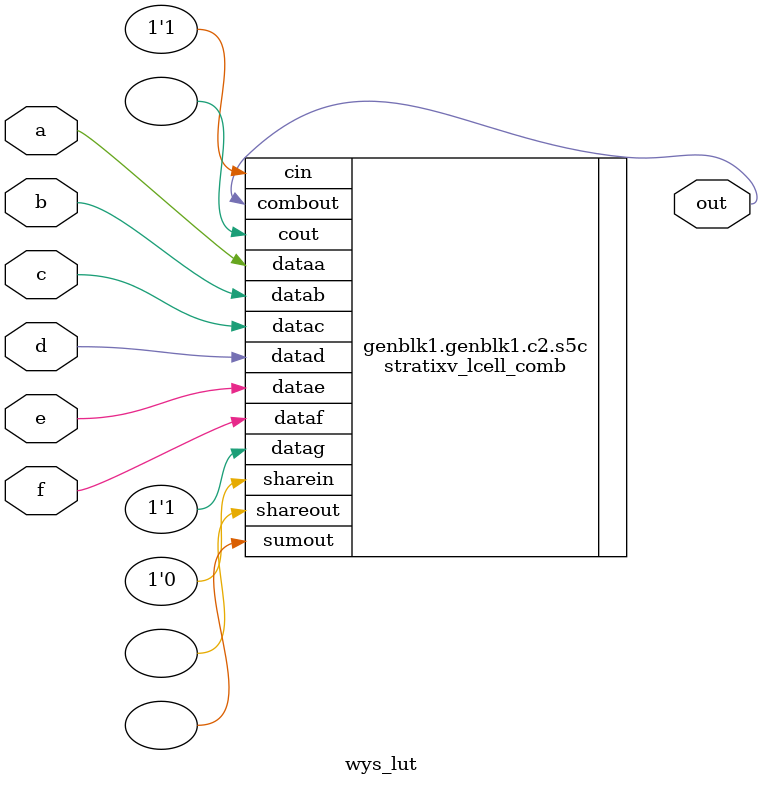
<source format=v>



`timescale 1 ps / 1 ps
// Copyright 2013 Altera Corporation. All rights reserved.  
// Altera products are protected under numerous U.S. and foreign patents, 
// maskwork rights, copyrights and other intellectual property laws.  
//
// This reference design file, and your use thereof, is subject to and governed
// by the terms and conditions of the applicable Altera Reference Design 
// License Agreement (either as signed by you or found at www.altera.com).  By
// using this reference design file, you indicate your acceptance of such terms
// and conditions between you and Altera Corporation.  In the event that you do
// not agree with such terms and conditions, you may not use the reference 
// design file and please promptly destroy any copies you have made.
//
// This reference design file is being provided on an "as-is" basis and as an 
// accommodation and therefore all warranties, representations or guarantees of 
// any kind (whether express, implied or statutory) including, without 
// limitation, warranties of merchantability, non-infringement, or fitness for
// a particular purpose, are specifically disclaimed.  By making this reference
// design file available, Altera expressly does not recommend, suggest or 
// require that this reference design file be used in combination with any 
// other product not provided by Altera.
/////////////////////////////////////////////////////////////////////////////

module wys_lut #(
	parameter MASK = 64'h6996966996696996, // xor6
	parameter TARGET_CHIP = 2 // 0 generic, 1=S4, 2=S5, 3=A5, 4=C5, 5=A10
)
(
	input a,b,c,d,e,f,
	output out
);

// Handy masks - 
// 64'h8040201008040201 {a,b,c} == {d,e,f}
// 64'h6996966996696996 xor 6
// 64'h8020080200000000 ({b,c} == {d,e}) && a && f

generate
	if (TARGET_CHIP == 0) begin : c0
		// family neutral / simulation version
		wire [5:0] addr = {f,e,d,c,b,a};
		wire [63:0] tmp = MASK >> addr;
		assign out = tmp[0];
	end
	else if (TARGET_CHIP == 1) begin : c1
		stratixiv_lcell_comb s4c (
		  .dataa (a),.datab (b),.datac (c),.datad (d),.datae (e),.dataf (f),.datag(1'b1),
		  .cin(1'b1),.sharein(1'b0),.sumout(),.cout(),.shareout(),
		  .combout(out));
		defparam s4c .lut_mask = MASK;
		defparam s4c .shared_arith = "off";
		defparam s4c .extended_lut = "off";

	end
	else if (TARGET_CHIP == 2) begin : c2
		stratixv_lcell_comb s5c (
		  .dataa (a),.datab (b),.datac (c),.datad (d),.datae (e),.dataf (f),.datag(1'b1),
		  .cin(1'b1),.sharein(1'b0),.sumout(),.cout(),.shareout(),
		  .combout(out));
		defparam s5c .lut_mask = MASK;
		defparam s5c .shared_arith = "off";
		defparam s5c .extended_lut = "off";
	end
	else if (TARGET_CHIP == 3) begin : c3
		arriav_lcell_comb a5c (
		  .dataa (a),.datab (b),.datac (c),.datad (d),.datae (e),.dataf (f),.datag(1'b1),
		  .cin(1'b1),.sharein(1'b0),.sumout(),.cout(),.shareout(),
		  .combout(out));
		defparam a5c .lut_mask = MASK;
		defparam a5c .shared_arith = "off";
		defparam a5c .extended_lut = "off";
	end
	else if (TARGET_CHIP == 4) begin : c4
		cyclonev_lcell_comb c5c (
		  .dataa (a),.datab (b),.datac (c),.datad (d),.datae (e),.dataf (f),.datag(1'b1),
		  .cin(1'b1),.sharein(1'b0),.sumout(),.cout(),.shareout(),
		  .combout(out));
		defparam c5c .lut_mask = MASK;
		defparam c5c .shared_arith = "off";
		defparam c5c .extended_lut = "off";
	end
	else if (TARGET_CHIP == 5) begin : a10
		twentynm_lcell_comb a10c (
		  .dataa (a),.datab (b),.datac (c),.datad (d),.datae (e),.dataf (f),.datag(1'b1),
		  .cin(1'b1),.sharein(1'b0),.sumout(),.cout(),.shareout(),
		  .combout(out));
		defparam a10c .lut_mask = MASK;
		defparam a10c .shared_arith = "off";
		defparam a10c .extended_lut = "off";
	end
	else begin
		// synthesis translate_off
		initial begin
			$display ("ERROR: Illegal TARGET_CHIP");
			$stop();
		end
		// synthesis translate_on
		assign out = 1'b0;
	end
endgenerate
	

endmodule

// BENCHMARK INFO :  5SGXEA7N2F45C2
// BENCHMARK INFO :  Max depth :  1.0 LUTs
// BENCHMARK INFO :  Total registers : 0
// BENCHMARK INFO :  Total pins : 7
// BENCHMARK INFO :  Total virtual pins : 0
// BENCHMARK INFO :  Total block memory bits : 0
// BENCHMARK INFO :  Comb ALUTs :                         ; 2               ;       ;
// BENCHMARK INFO :  ALMs : 2 / 234,720 ( < 1 % )

</source>
